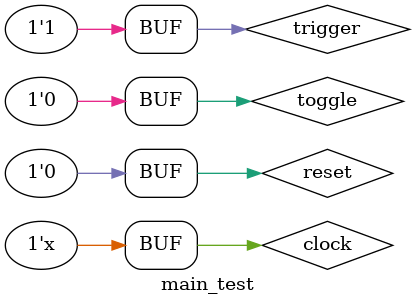
<source format=v>
`timescale 1ns / 1ps


module main_test;

    // Inputs
    reg clock;
    reg reset;
    reg trigger;
    reg toggle;

    // Outputs
    wire [7:0] z;
    wire [3:0] an;
    wire led1;
    wire led2;

    // Instantiate the Unit Under Test (UUT)
    lfscounter uut (
        .clock(clock),
        .reset(reset),
        .trigger(trigger), 
        .toggle(toggle),
        .z(z), 
        .an(an),
        .led1(led1), 
        .led2(led2)
    );

    always #5 clock =~clock;
    initial begin
        // Initialize Inputs
        clock = 0;
        reset = 0;
        trigger = 0;
        toggle = 0;
        
        #10 reset = 1;
        #15 reset = 0;
        #20 trigger = 1;
        #25 trigger = 0;
        #30 toggle = 1;
        #35 toggle = 0;
        #40 trigger = 1;

        // Wait 100 ns for global reset to finish
        #100;

    end

endmodule


</source>
